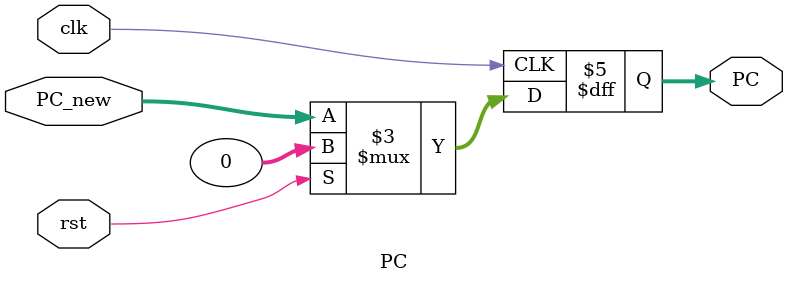
<source format=v>
`timescale 1ns / 1ps


module PC(
    input [31:0] PC_new,
    input clk,rst,
    output reg [31:0] PC
    );
    
    always @(posedge clk)
    begin
    if(rst)
        PC = 32'd0;
    else
        PC = PC_new;
    end
    
endmodule

</source>
